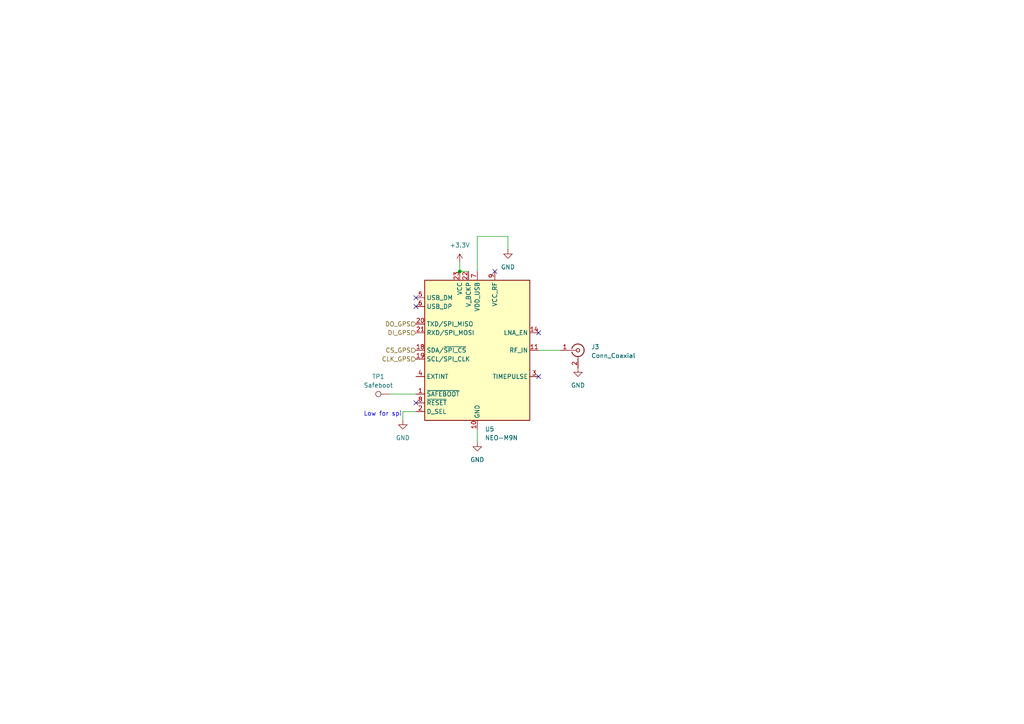
<source format=kicad_sch>
(kicad_sch (version 20250114) (generator "eeschema") (generator_version "9.0")
  (paper "A4")
  (lib_symbols
    (symbol "Connector:Conn_Coaxial" (pin_names (offset 1.016) (hide yes))
      (property "Reference" "J" (at 0.254 3.048 0))
      (property "Value" "Conn_Coaxial" (at 2.921 0 90))
      (symbol "Conn_Coaxial_0_1"
        (polyline (pts (xy -2.54 0) (xy -0.508 0)))
        (arc (start 1.778 0) (mid 0.222 -1.8079) (end -1.778 -0.508) (stroke (width 0.254)))
        (arc (start -1.778 0.508) (mid 0.2221 1.8084) (end 1.778 0) (stroke (width 0.254)))
        (circle (center 0 0) (radius 0.508) (stroke (width 0.2032)))
        (polyline (pts (xy 0 -2.54) (xy 0 -1.778)))
      )
      (symbol "Conn_Coaxial_1_1"
        (pin passive line (at -5.08 0 0) (length 2.54) (name "In") (number "1"))
        (pin passive line (at 0 -5.08 90) (length 2.54) (name "Ext") (number "2"))
      )
    )
    (symbol "Connector:TestPoint" (pin_numbers (hide yes)) (pin_names (offset 0.762) (hide yes))
      (property "Reference" "TP" (at 0 6.858 0))
      (property "Value" "TestPoint" (at 0 5.08 0))
      (symbol "TestPoint_0_1"
        (circle (center 0 3.302) (radius 0.762))
      )
      (symbol "TestPoint_1_1"
        (pin passive line (at 0 0 90) (length 2.54) (name "1") (number "1"))
      )
    )
    (symbol "RF_GPS:NEO-M9N"
      (property "Reference" "U" (at -13.97 21.59 0))
      (property "Value" "NEO-M9N" (at 11.43 21.59 0))
      (symbol "NEO-M9N_0_1"
        (rectangle (start -15.24 20.32) (end 15.24 -20.32) (stroke (width 0.254)) (fill (type background)))
      )
      (symbol "NEO-M9N_1_1"
        (pin bidirectional line (at -17.78 15.24 0) (length 2.54) (name "USB_DM") (number "5"))
        (pin bidirectional line (at -17.78 12.7 0) (length 2.54) (name "USB_DP") (number "6"))
        (pin output line (at -17.78 7.62 0) (length 2.54) (name "TXD/SPI_MISO") (number "20"))
        (pin input line (at -17.78 5.08 0) (length 2.54) (name "RXD/SPI_MOSI") (number "21"))
        (pin bidirectional line (at -17.78 0 0) (length 2.54) (name "SDA/~{SPI_CS}") (number "18"))
        (pin input line (at -17.78 -2.54 0) (length 2.54) (name "SCL/SPI_CLK") (number "19"))
        (pin input line (at -17.78 -7.62 0) (length 2.54) (name "EXTINT") (number "4"))
        (pin input line (at -17.78 -12.7 0) (length 2.54) (name "~{SAFEBOOT}") (number "1"))
        (pin input line (at -17.78 -15.24 0) (length 2.54) (name "~{RESET}") (number "8"))
        (pin input line (at -17.78 -17.78 0) (length 2.54) (name "D_SEL") (number "2"))
        (pin power_in line (at -5.08 22.86 270) (length 2.54) (name "VCC") (number "23"))
        (pin power_in line (at -2.54 22.86 270) (length 2.54) (name "V_BCKP") (number "22"))
        (pin power_in line (at 0 22.86 270) (length 2.54) (name "VDD_USB") (number "7"))
        (pin power_in line (at 0 -22.86 90) (length 2.54) (name "GND") (number "10"))
        (pin passive line (at 0 -22.86 90) (length 2.54) (hide yes) (name "GND") (number "12"))
        (pin passive line (at 0 -22.86 90) (length 2.54) (hide yes) (name "GND") (number "13"))
        (pin passive line (at 0 -22.86 90) (length 2.54) (hide yes) (name "GND") (number "24"))
        (pin power_out line (at 5.08 22.86 270) (length 2.54) (name "VCC_RF") (number "9"))
        (pin no_connect line (at 15.24 -10.16 180) (length 2.54) (hide yes) (name "RESERVED") (number "15"))
        (pin no_connect line (at 15.24 -12.7 180) (length 2.54) (hide yes) (name "RESERVED") (number "16"))
        (pin no_connect line (at 15.24 -15.24 180) (length 2.54) (hide yes) (name "RESERVED") (number "17"))
        (pin output line (at 17.78 5.08 180) (length 2.54) (name "LNA_EN") (number "14"))
        (pin input line (at 17.78 0 180) (length 2.54) (name "RF_IN") (number "11"))
        (pin output line (at 17.78 -7.62 180) (length 2.54) (name "TIMEPULSE") (number "3"))
      )
    )
    (symbol "power:+3.3V" (power) (pin_numbers (hide yes)) (pin_names (offset 0) (hide yes))
      (property "Value" "+3.3V" (at 0 3.556 0))
      (symbol "+3.3V_0_1"
        (polyline (pts (xy -0.762 1.27) (xy 0 2.54)))
        (polyline (pts (xy 0 2.54) (xy 0.762 1.27)))
        (polyline (pts (xy 0 0) (xy 0 2.54)))
      )
      (symbol "+3.3V_1_1"
        (pin power_in line (at 0 0 90) (length 0) (name "~") (number "1"))
      )
    )
    (symbol "power:GND" (power) (pin_numbers (hide yes)) (pin_names (offset 0) (hide yes))
      (property "Value" "GND" (at 0 -3.81 0))
      (symbol "GND_0_1"
        (polyline (pts (xy 0 0) (xy 0 -1.27) (xy 1.27 -1.27) (xy 0 -2.54) (xy -1.27 -1.27) (xy 0 -1.27)))
      )
      (symbol "GND_1_1"
        (pin power_in line (at 0 0 270) (length 0) (name "~") (number "1"))
      )
    )
  )
  (text "Low for spi\n" (at 110.998 120.142 0) (effects (font (size 1.27 1.27))))
  (junction (at 133.35 78.74))
  (no_connect (at 156.21 96.52))
  (no_connect (at 156.21 109.22))
  (no_connect (at 120.65 88.9))
  (no_connect (at 120.65 116.84))
  (no_connect (at 143.51 78.74))
  (no_connect (at 120.65 86.36))
  (wire (pts (xy 113.03 114.3) (xy 120.65 114.3)))
  (wire (pts (xy 138.43 78.74) (xy 138.43 68.58)))
  (wire (pts (xy 156.21 101.6) (xy 162.56 101.6)))
  (wire (pts (xy 147.32 68.58) (xy 147.32 72.39)))
  (wire (pts (xy 120.65 119.38) (xy 116.84 119.38)))
  (wire (pts (xy 133.35 78.74) (xy 135.89 78.74)))
  (wire (pts (xy 133.35 76.2) (xy 133.35 78.74)))
  (wire (pts (xy 138.43 128.27) (xy 138.43 124.46)))
  (wire (pts (xy 116.84 119.38) (xy 116.84 121.92)))
  (wire (pts (xy 138.43 68.58) (xy 147.32 68.58)))
  (hierarchical_label "DI_GPS" (shape input) (at 120.65 96.52 180))
  (hierarchical_label "CLK_GPS" (shape input) (at 120.65 104.14 180))
  (hierarchical_label "DO_GPS" (shape input) (at 120.65 93.98 180))
  (hierarchical_label "CS_GPS" (shape input) (at 120.65 101.6 180))
  (symbol (lib_id "power:GND") (at 147.32 72.39 0) (unit 1)
    (property "Reference" "#PWR023" (effects (hide yes)))
    (property "Value" "GND" (at 147.32 77.47 0))
    (property "Description" "Power symbol creates a global label with name \"GND\" , ground" (effects (hide yes)))
  )
  (symbol (lib_id "Connector:Conn_Coaxial") (at 167.64 101.6 0) (unit 1)
    (property "Reference" "J3" (at 171.45 100.6231 0) (effects (justify left)))
    (property "Value" "Conn_Coaxial" (at 171.45 103.1631 0) (effects (justify left)))
    (property "Footprint" "Connector_Coaxial:SMA_Molex_73251-1153_EdgeMount_Horizontal" (effects (hide yes)))
    (property "Description" "coaxial connector (BNC, SMA, SMB, SMC, Cinch/RCA, LEMO, ...)" (effects (hide yes)))
  )
  (symbol (lib_id "power:+3.3V") (at 133.35 76.2 0) (unit 1)
    (property "Reference" "#PWR020" (effects (hide yes)))
    (property "Value" "+3.3V" (at 133.35 71.12 0))
    (property "Description" "Power symbol creates a global label with name \"+3.3V\"" (effects (hide yes)))
  )
  (symbol (lib_id "RF_GPS:NEO-M9N") (at 138.43 101.6 0) (unit 1)
    (property "Reference" "U5" (at 140.6241 124.46 0) (effects (justify left)))
    (property "Value" "NEO-M9N" (at 140.6241 127 0) (effects (justify left)))
    (property "Footprint" "RF_GPS:ublox_NEO" (effects (hide yes)))
    (property "Datasheet" "https://www.u-blox.com/sites/default/files/NEO-M9N-00B_DataSheet_UBX-19014285.pdf" (effects (hide yes)))
    (property "Description" "GNSS Module NEO M8, VCC 2.7V to 3.6V" (effects (hide yes)))
  )
  (symbol (lib_id "power:GND") (at 138.43 128.27 0) (unit 1)
    (property "Reference" "#PWR021" (effects (hide yes)))
    (property "Value" "GND" (at 138.43 133.35 0))
    (property "Description" "Power symbol creates a global label with name \"GND\" , ground" (effects (hide yes)))
  )
  (symbol (lib_id "power:GND") (at 167.64 106.68 0) (unit 1)
    (property "Reference" "#PWR022" (effects (hide yes)))
    (property "Value" "GND" (at 167.64 111.76 0))
    (property "Description" "Power symbol creates a global label with name \"GND\" , ground" (effects (hide yes)))
  )
  (symbol (lib_id "power:GND") (at 116.84 121.92 0) (unit 1)
    (property "Reference" "#PWR024" (effects (hide yes)))
    (property "Value" "GND" (at 116.84 127 0))
    (property "Description" "Power symbol creates a global label with name \"GND\" , ground" (effects (hide yes)))
  )
  (symbol (lib_id "Connector:TestPoint") (at 113.03 114.3 90) (unit 1)
    (property "Reference" "TP1" (at 109.728 109.22 90))
    (property "Value" "Safeboot" (at 109.728 111.76 90))
    (property "Description" "test point" (effects (hide yes)))
  )
)
</source>
